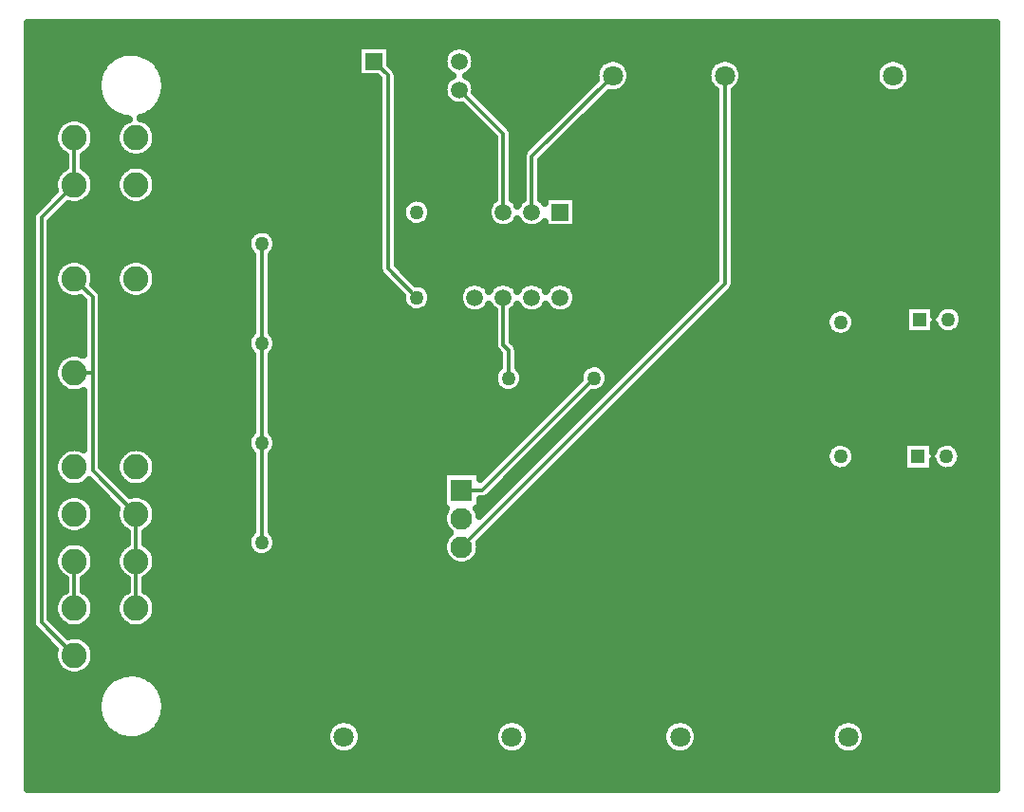
<source format=gbr>
G04 DipTrace 4.0.0.5*
G04 2 - Bottom.gbr*
%MOIN*%
G04 #@! TF.FileFunction,Copper,L2,Bot*
G04 #@! TF.Part,Single*
G04 #@! TA.AperFunction,Conductor*
%ADD13C,0.012992*%
G04 #@! TA.AperFunction,CopperBalancing*
%ADD14C,0.025*%
G04 #@! TA.AperFunction,ComponentPad*
%ADD15C,0.05*%
%ADD16R,0.05X0.05*%
%ADD17R,0.076378X0.076378*%
%ADD18C,0.076378*%
%ADD19C,0.05*%
%ADD20R,0.059055X0.059055*%
%ADD21C,0.059055*%
%ADD22C,0.070866*%
%ADD23C,0.088583*%
%ADD24C,0.059055*%
%FSLAX26Y26*%
G04*
G70*
G90*
G75*
G01*
G04 Bottom*
%LPD*%
X611869Y1089239D2*
D13*
Y1254593D1*
X828404Y1089239D2*
Y1254593D1*
X1814231Y2180971D2*
X1713247Y2281955D1*
Y2961877D1*
X1664231Y3010892D1*
X1270530Y1320341D2*
Y1670341D1*
X828404Y1419948D2*
X675648Y1572703D1*
Y1916010D1*
Y2182940D1*
X611869Y2246719D1*
X828404Y1254593D2*
Y1419948D1*
X611869Y1916010D2*
X675648D1*
X1270530Y2020341D2*
Y2370341D1*
Y1670341D2*
Y2020341D1*
X1664231Y2910892D2*
Y2464042D1*
X1570530Y2370341D1*
X3002814Y1622310D2*
Y2094751D1*
X828404Y2081365D2*
Y1916010D1*
X611869Y2412073D2*
X548085Y2348290D1*
Y2145148D1*
X611869Y2081365D1*
X2345727Y638058D2*
X2426633Y718963D1*
X2855373D1*
X2936278Y638058D1*
X1755176D2*
X1836085Y557148D1*
X2264818D1*
X2345727Y638058D1*
X1570530Y1320341D2*
X1755176Y1135696D1*
Y638058D1*
X1570530Y1670341D2*
Y1320341D1*
Y2020341D2*
Y1670341D1*
Y2370341D2*
Y2020341D1*
X3002814Y2094751D2*
X3093759Y2185696D1*
Y2960892D1*
X828404Y1750656D2*
X892184Y1686877D1*
Y987664D1*
X828404Y923885D1*
Y1916010D2*
Y1750656D1*
X611869Y2742782D2*
Y2577428D1*
X496117Y2461676D1*
Y1039636D1*
X611869Y923885D1*
X2218562Y2480971D2*
Y2676247D1*
X2503207Y2960892D1*
X1964231Y2910892D2*
X2118562Y2756562D1*
Y2480971D1*
X2136672Y1897900D2*
Y1996696D1*
X2118562Y2014806D1*
Y2180971D1*
X2436672Y1897900D2*
X2042971Y1504199D1*
X1971711D1*
Y1304199D2*
X2896908Y2229396D1*
Y2960892D1*
X451287Y3120374D2*
D14*
X3846475D1*
X451287Y3095505D2*
X3846475D1*
X451287Y3070636D2*
X3846475D1*
X451287Y3045768D2*
X1606279D1*
X1722179D2*
X1918615D1*
X2009845D2*
X3846475D1*
X451287Y3020899D2*
X738438D1*
X885306D2*
X1606279D1*
X1722179D2*
X1907186D1*
X2021274D2*
X2487900D1*
X2518521D2*
X2881603D1*
X2912225D2*
X3472149D1*
X3502771D2*
X3846475D1*
X451287Y2996030D2*
X713804D1*
X909923D2*
X1606279D1*
X1727437D2*
X1908299D1*
X2020162D2*
X2450401D1*
X2556002D2*
X2844104D1*
X2949706D2*
X3434650D1*
X3540252D2*
X3846475D1*
X451287Y2971161D2*
X699845D1*
X923882D2*
X1606279D1*
X1746814D2*
X1923047D1*
X2005413D2*
X2440210D1*
X2566193D2*
X2833913D1*
X2959897D2*
X3424459D1*
X3550461D2*
X3846475D1*
X451287Y2946293D2*
X692668D1*
X931077D2*
X1678317D1*
X1748160D2*
X1919046D1*
X2009414D2*
X2440264D1*
X2565296D2*
X2834810D1*
X2959000D2*
X3425356D1*
X3549564D2*
X3846475D1*
X451287Y2921424D2*
X691017D1*
X932727D2*
X1678317D1*
X1748160D2*
X1907294D1*
X2021167D2*
X2415396D1*
X2552683D2*
X2847424D1*
X2946386D2*
X3437988D1*
X3536932D2*
X3846475D1*
X451287Y2896555D2*
X694660D1*
X929085D2*
X1678317D1*
X1748160D2*
X1908155D1*
X2026926D2*
X2390528D1*
X2487212D2*
X2861993D1*
X2931835D2*
X3846475D1*
X451287Y2871686D2*
X704133D1*
X919594D2*
X1678317D1*
X1748160D2*
X1922509D1*
X2051794D2*
X2365643D1*
X2462345D2*
X2861993D1*
X2931835D2*
X3846475D1*
X451287Y2846818D2*
X721322D1*
X902405D2*
X1678317D1*
X1748160D2*
X1979959D1*
X2076661D2*
X2340775D1*
X2437477D2*
X2861993D1*
X2931835D2*
X3846475D1*
X451287Y2821949D2*
X752864D1*
X870881D2*
X1678317D1*
X1748160D2*
X2004827D1*
X2101529D2*
X2315907D1*
X2412609D2*
X2861993D1*
X2931835D2*
X3846475D1*
X451287Y2797080D2*
X564849D1*
X658895D2*
X781392D1*
X875420D2*
X1678317D1*
X1748160D2*
X2029695D1*
X2126397D2*
X2291039D1*
X2387741D2*
X2861993D1*
X2931835D2*
X3846475D1*
X451287Y2772211D2*
X545615D1*
X678129D2*
X762158D1*
X894654D2*
X1678317D1*
X1748160D2*
X2054563D1*
X2149452D2*
X2266172D1*
X2362874D2*
X2861993D1*
X2931835D2*
X3846475D1*
X451287Y2747343D2*
X539299D1*
X684445D2*
X755842D1*
X900970D2*
X1678317D1*
X1748160D2*
X2079430D1*
X2153489D2*
X2241304D1*
X2338006D2*
X2861993D1*
X2931835D2*
X3846475D1*
X451287Y2722474D2*
X542152D1*
X681592D2*
X758695D1*
X898117D2*
X1678317D1*
X1748160D2*
X2083647D1*
X2153489D2*
X2216436D1*
X2313138D2*
X2861993D1*
X2931835D2*
X3846475D1*
X451287Y2697605D2*
X555608D1*
X668117D2*
X772151D1*
X884661D2*
X1678317D1*
X1748160D2*
X2083647D1*
X2153489D2*
X2191676D1*
X2288270D2*
X2861993D1*
X2931835D2*
X3846475D1*
X451287Y2672736D2*
X576942D1*
X646784D2*
X821008D1*
X835804D2*
X1678317D1*
X1748160D2*
X2083647D1*
X2153489D2*
X2183638D1*
X2263403D2*
X2861993D1*
X2931835D2*
X3846475D1*
X451287Y2647867D2*
X576942D1*
X646784D2*
X1678317D1*
X1748160D2*
X2083647D1*
X2153489D2*
X2183638D1*
X2253481D2*
X2861993D1*
X2931835D2*
X3846475D1*
X451287Y2622999D2*
X555949D1*
X667794D2*
X772492D1*
X884320D2*
X1678317D1*
X1748160D2*
X2083647D1*
X2153489D2*
X2183638D1*
X2253481D2*
X2861993D1*
X2931835D2*
X3846475D1*
X451287Y2598130D2*
X542277D1*
X681466D2*
X758803D1*
X897991D2*
X1678317D1*
X1748160D2*
X2083647D1*
X2153489D2*
X2183638D1*
X2253481D2*
X2861993D1*
X2931835D2*
X3846475D1*
X451287Y2573261D2*
X539281D1*
X684463D2*
X755806D1*
X901006D2*
X1678317D1*
X1748160D2*
X2083647D1*
X2153489D2*
X2183638D1*
X2253481D2*
X2861993D1*
X2931835D2*
X3846475D1*
X451287Y2548392D2*
X534491D1*
X678308D2*
X761978D1*
X894834D2*
X1678317D1*
X1748160D2*
X2083647D1*
X2153489D2*
X2183638D1*
X2253481D2*
X2861993D1*
X2931835D2*
X3846475D1*
X451287Y2523524D2*
X509623D1*
X659362D2*
X780907D1*
X875905D2*
X1678317D1*
X1748160D2*
X1783763D1*
X1844706D2*
X2080507D1*
X2156611D2*
X2180498D1*
X2376510D2*
X2861993D1*
X2931835D2*
X3846475D1*
X451287Y2498655D2*
X484737D1*
X581439D2*
X1678317D1*
X1748160D2*
X1763972D1*
X1864496D2*
X2063498D1*
X2376510D2*
X2861993D1*
X2931835D2*
X3846475D1*
X451287Y2473786D2*
X463547D1*
X556571D2*
X1678317D1*
X1748160D2*
X1761317D1*
X1867152D2*
X2061076D1*
X2376510D2*
X2861993D1*
X2931835D2*
X3846475D1*
X451287Y2448917D2*
X461197D1*
X531704D2*
X1678317D1*
X1748160D2*
X1772154D1*
X1856297D2*
X2070818D1*
X2376510D2*
X2861993D1*
X2931835D2*
X3846475D1*
X451287Y2424049D2*
X461197D1*
X531040D2*
X1678317D1*
X1748160D2*
X2861993D1*
X2931835D2*
X3846475D1*
X451287Y2399180D2*
X461197D1*
X531040D2*
X1226051D1*
X1315002D2*
X1678317D1*
X1748160D2*
X2861993D1*
X2931835D2*
X3846475D1*
X451287Y2374311D2*
X461197D1*
X531040D2*
X1217259D1*
X1323793D2*
X1678317D1*
X1748160D2*
X2861993D1*
X2931835D2*
X3846475D1*
X451287Y2349442D2*
X461197D1*
X531040D2*
X1221583D1*
X1319469D2*
X1678317D1*
X1748160D2*
X2861993D1*
X2931835D2*
X3846475D1*
X451287Y2324573D2*
X461197D1*
X531040D2*
X1235614D1*
X1305456D2*
X1678317D1*
X1748160D2*
X2861993D1*
X2931835D2*
X3846475D1*
X451287Y2299705D2*
X461197D1*
X531040D2*
X563288D1*
X660438D2*
X779831D1*
X876981D2*
X1235614D1*
X1305456D2*
X1678317D1*
X1748160D2*
X2861993D1*
X2931835D2*
X3846475D1*
X451287Y2274836D2*
X461197D1*
X531040D2*
X545023D1*
X678703D2*
X761566D1*
X895246D2*
X1235614D1*
X1305456D2*
X1679124D1*
X1768721D2*
X2861993D1*
X2931835D2*
X3846475D1*
X451287Y2249967D2*
X461197D1*
X531040D2*
X539227D1*
X684516D2*
X755770D1*
X901042D2*
X1235614D1*
X1305456D2*
X1696887D1*
X1793589D2*
X2861993D1*
X2931835D2*
X3846475D1*
X451287Y2225098D2*
X461197D1*
X531040D2*
X542564D1*
X681843D2*
X759108D1*
X897704D2*
X1235614D1*
X1305456D2*
X1721755D1*
X1842158D2*
X1982471D1*
X2054646D2*
X2082480D1*
X2154638D2*
X2182472D1*
X2254647D2*
X2282481D1*
X2354638D2*
X2844266D1*
X2931548D2*
X3846475D1*
X451287Y2200230D2*
X461197D1*
X531040D2*
X556739D1*
X705580D2*
X773282D1*
X883530D2*
X1235614D1*
X1305456D2*
X1746622D1*
X1863868D2*
X1964063D1*
X2373065D2*
X2819398D1*
X2916100D2*
X3846475D1*
X451287Y2175361D2*
X461197D1*
X531040D2*
X634877D1*
X710568D2*
X1235614D1*
X1305456D2*
X1761120D1*
X1867349D2*
X1960887D1*
X2376223D2*
X2794530D1*
X2891214D2*
X3846475D1*
X451287Y2150492D2*
X461197D1*
X531040D2*
X640726D1*
X710568D2*
X1235614D1*
X1305456D2*
X1770934D1*
X1857535D2*
X1969732D1*
X2367395D2*
X2769645D1*
X2866347D2*
X3527824D1*
X3634663D2*
X3659590D1*
X3702915D2*
X3846475D1*
X451287Y2125623D2*
X461197D1*
X531040D2*
X640726D1*
X710568D2*
X1235614D1*
X1305456D2*
X2012650D1*
X2024483D2*
X2083647D1*
X2153489D2*
X2212650D1*
X2224468D2*
X2312660D1*
X2324474D2*
X2744777D1*
X2841479D2*
X3259805D1*
X3345813D2*
X3527824D1*
X3729523D2*
X3846475D1*
X451287Y2100755D2*
X461197D1*
X531040D2*
X640726D1*
X710568D2*
X1235614D1*
X1305456D2*
X2083647D1*
X2153489D2*
X2719909D1*
X2816611D2*
X3249739D1*
X3355879D2*
X3527824D1*
X3734601D2*
X3846475D1*
X451287Y2075886D2*
X461197D1*
X531040D2*
X640726D1*
X710568D2*
X1235614D1*
X1305456D2*
X2083647D1*
X2153489D2*
X2695041D1*
X2791744D2*
X3253005D1*
X3352613D2*
X3527824D1*
X3726652D2*
X3846475D1*
X451287Y2051017D2*
X461197D1*
X531040D2*
X640726D1*
X710568D2*
X1227378D1*
X1313674D2*
X2083647D1*
X2153489D2*
X2670174D1*
X2766876D2*
X3274230D1*
X3331406D2*
X3846475D1*
X451287Y2026148D2*
X461197D1*
X531040D2*
X640726D1*
X710568D2*
X1217438D1*
X1323632D2*
X2083647D1*
X2155571D2*
X2645306D1*
X2742008D2*
X3846475D1*
X451287Y2001280D2*
X461197D1*
X531040D2*
X640726D1*
X710568D2*
X1220811D1*
X1320259D2*
X2086589D1*
X2171270D2*
X2620438D1*
X2717140D2*
X3846475D1*
X451287Y1976411D2*
X461197D1*
X531040D2*
X573568D1*
X710568D2*
X1235614D1*
X1305456D2*
X2101750D1*
X2171593D2*
X2595571D1*
X2692273D2*
X3846475D1*
X451287Y1951542D2*
X461197D1*
X531040D2*
X548808D1*
X710568D2*
X1235614D1*
X1305456D2*
X2101750D1*
X2171593D2*
X2570703D1*
X2667405D2*
X3846475D1*
X451287Y1926673D2*
X461197D1*
X531040D2*
X539963D1*
X710568D2*
X1235614D1*
X1305456D2*
X2092151D1*
X2181192D2*
X2392161D1*
X2481184D2*
X2545835D1*
X2642537D2*
X3846475D1*
X451287Y1901804D2*
X461197D1*
X531040D2*
X540609D1*
X710568D2*
X1235614D1*
X1305456D2*
X2083396D1*
X2189948D2*
X2383405D1*
X2489940D2*
X2520967D1*
X2617669D2*
X3846475D1*
X451287Y1876936D2*
X461197D1*
X531040D2*
X551033D1*
X710568D2*
X1235614D1*
X1305456D2*
X2087755D1*
X2185588D2*
X2367365D1*
X2485580D2*
X2496100D1*
X2592802D2*
X3846475D1*
X451287Y1852067D2*
X461197D1*
X531040D2*
X580351D1*
X710568D2*
X1235614D1*
X1305456D2*
X2111977D1*
X2161366D2*
X2342479D1*
X2461376D2*
X2471232D1*
X2567934D2*
X3846475D1*
X451287Y1827198D2*
X461197D1*
X531040D2*
X640726D1*
X710568D2*
X1235614D1*
X1305456D2*
X2317612D1*
X2414314D2*
X2446364D1*
X2543066D2*
X3846475D1*
X451287Y1802329D2*
X461197D1*
X531040D2*
X640726D1*
X710568D2*
X1235614D1*
X1305456D2*
X2292744D1*
X2389446D2*
X2421496D1*
X2518198D2*
X3846475D1*
X451287Y1777461D2*
X461197D1*
X531040D2*
X640726D1*
X710568D2*
X1235614D1*
X1305456D2*
X2267876D1*
X2364578D2*
X2396629D1*
X2493331D2*
X3846475D1*
X451287Y1752592D2*
X461197D1*
X531040D2*
X640726D1*
X710568D2*
X1235614D1*
X1305456D2*
X2243008D1*
X2339710D2*
X2371761D1*
X2468463D2*
X3846475D1*
X451287Y1727723D2*
X461197D1*
X531040D2*
X640726D1*
X710568D2*
X1235614D1*
X1305456D2*
X2218141D1*
X2314843D2*
X2346893D1*
X2443577D2*
X3846475D1*
X451287Y1702854D2*
X461197D1*
X531040D2*
X640726D1*
X710568D2*
X1228832D1*
X1312221D2*
X2193273D1*
X2289975D2*
X2322007D1*
X2418709D2*
X3846475D1*
X451287Y1677986D2*
X461197D1*
X531040D2*
X640726D1*
X710568D2*
X1217690D1*
X1323381D2*
X2168405D1*
X2265107D2*
X2297140D1*
X2393842D2*
X3846475D1*
X451287Y1653117D2*
X461197D1*
X531040D2*
X591170D1*
X632574D2*
X640726D1*
X710568D2*
X807695D1*
X849117D2*
X1220112D1*
X1320958D2*
X2143537D1*
X2240239D2*
X2272272D1*
X2368974D2*
X3259769D1*
X3345867D2*
X3521831D1*
X3718309D2*
X3846475D1*
X451287Y1628248D2*
X461197D1*
X531040D2*
X553814D1*
X710568D2*
X770357D1*
X886455D2*
X1235614D1*
X1305456D2*
X2118670D1*
X2215372D2*
X2247404D1*
X2344106D2*
X3249739D1*
X3355897D2*
X3521831D1*
X3728339D2*
X3846475D1*
X451287Y1603379D2*
X461197D1*
X531040D2*
X541524D1*
X710568D2*
X758049D1*
X898745D2*
X1235614D1*
X1305456D2*
X2093802D1*
X2190504D2*
X2222536D1*
X2319239D2*
X3253041D1*
X3352595D2*
X3521831D1*
X3725037D2*
X3846475D1*
X451287Y1578510D2*
X461197D1*
X531040D2*
X539478D1*
X718194D2*
X756022D1*
X900790D2*
X1235614D1*
X1305456D2*
X2068934D1*
X2165636D2*
X2197669D1*
X2294371D2*
X3274338D1*
X3331298D2*
X3521831D1*
X3628688D2*
X3646780D1*
X3703740D2*
X3846475D1*
X451287Y1553642D2*
X461197D1*
X531040D2*
X546691D1*
X743062D2*
X763234D1*
X893578D2*
X1235614D1*
X1305456D2*
X1905105D1*
X2140769D2*
X2172801D1*
X2269503D2*
X3846475D1*
X451287Y1528773D2*
X461197D1*
X531040D2*
X567719D1*
X656024D2*
X671227D1*
X767929D2*
X784244D1*
X872550D2*
X1235614D1*
X1305456D2*
X1905105D1*
X2115901D2*
X2147933D1*
X2244635D2*
X3846475D1*
X451287Y1503904D2*
X461197D1*
X531040D2*
X696095D1*
X792797D2*
X1235614D1*
X1305456D2*
X1905105D1*
X2091033D2*
X2123066D1*
X2219768D2*
X3846475D1*
X451287Y1479035D2*
X461197D1*
X531040D2*
X571433D1*
X652310D2*
X720963D1*
X868836D2*
X1235614D1*
X1305456D2*
X1905105D1*
X2065914D2*
X2098198D1*
X2194900D2*
X3846475D1*
X451287Y1454167D2*
X461197D1*
X531040D2*
X548055D1*
X675689D2*
X745830D1*
X892214D2*
X1235614D1*
X1305456D2*
X1905105D1*
X2038319D2*
X2073330D1*
X2170032D2*
X3846475D1*
X451287Y1429298D2*
X461197D1*
X531040D2*
X539783D1*
X683960D2*
X756309D1*
X900503D2*
X1235614D1*
X1305456D2*
X1910218D1*
X2033206D2*
X2048462D1*
X2145164D2*
X3846475D1*
X451287Y1404429D2*
X461197D1*
X531040D2*
X540896D1*
X682848D2*
X757421D1*
X899391D2*
X1235614D1*
X1305456D2*
X1905105D1*
X2120297D2*
X3846475D1*
X451287Y1379560D2*
X461197D1*
X531040D2*
X551930D1*
X671813D2*
X768473D1*
X888339D2*
X1235614D1*
X1305456D2*
X1910021D1*
X2095429D2*
X3846475D1*
X451287Y1354692D2*
X461197D1*
X531040D2*
X583437D1*
X640289D2*
X793485D1*
X863327D2*
X1230428D1*
X1310624D2*
X1928466D1*
X2070561D2*
X3846475D1*
X451287Y1329823D2*
X461197D1*
X531040D2*
X793485D1*
X863327D2*
X1217995D1*
X1323058D2*
X1910434D1*
X2045693D2*
X3846475D1*
X451287Y1304954D2*
X461197D1*
X531040D2*
X560435D1*
X663291D2*
X776978D1*
X879834D2*
X1219484D1*
X1321568D2*
X1905105D1*
X2038319D2*
X3846475D1*
X451287Y1280085D2*
X461197D1*
X531040D2*
X543946D1*
X679798D2*
X760471D1*
X896323D2*
X1236834D1*
X1304218D2*
X1909806D1*
X2033618D2*
X3846475D1*
X451287Y1255217D2*
X461197D1*
X531040D2*
X539155D1*
X684588D2*
X755699D1*
X901113D2*
X1927838D1*
X2015587D2*
X3846475D1*
X451287Y1230348D2*
X461197D1*
X531040D2*
X543480D1*
X680264D2*
X760005D1*
X896807D2*
X3846475D1*
X451287Y1205479D2*
X461197D1*
X531040D2*
X559179D1*
X664547D2*
X775722D1*
X881090D2*
X3846475D1*
X451287Y1180610D2*
X461197D1*
X531040D2*
X576942D1*
X646784D2*
X793485D1*
X863327D2*
X3846475D1*
X451287Y1155741D2*
X461197D1*
X531040D2*
X576942D1*
X646784D2*
X793485D1*
X863327D2*
X3846475D1*
X451287Y1130873D2*
X461197D1*
X531040D2*
X552827D1*
X670916D2*
X769370D1*
X887442D2*
X3846475D1*
X451287Y1106004D2*
X461197D1*
X531040D2*
X541183D1*
X682561D2*
X757726D1*
X899086D2*
X3846475D1*
X451287Y1081135D2*
X461197D1*
X531040D2*
X539622D1*
X684122D2*
X756165D1*
X900647D2*
X3846475D1*
X451287Y1056266D2*
X461197D1*
X531040D2*
X547373D1*
X676371D2*
X763916D1*
X892896D2*
X3846475D1*
X451287Y1031398D2*
X462256D1*
X552714D2*
X569567D1*
X654176D2*
X786092D1*
X870719D2*
X3846475D1*
X451287Y1006529D2*
X480880D1*
X577582D2*
X3846475D1*
X451287Y981660D2*
X505747D1*
X654266D2*
X3846475D1*
X451287Y956791D2*
X530615D1*
X676389D2*
X3846475D1*
X451287Y931923D2*
X539622D1*
X684122D2*
X3846475D1*
X451287Y907054D2*
X541201D1*
X682543D2*
X3846475D1*
X451287Y882185D2*
X552881D1*
X670863D2*
X3846475D1*
X451287Y857316D2*
X587025D1*
X636701D2*
X774179D1*
X849566D2*
X3846475D1*
X451287Y832448D2*
X730346D1*
X893398D2*
X3846475D1*
X451287Y807579D2*
X709300D1*
X914444D2*
X3846475D1*
X451287Y782710D2*
X697351D1*
X926394D2*
X3846475D1*
X451287Y757841D2*
X691717D1*
X932028D2*
X3846475D1*
X451287Y732972D2*
X691466D1*
X932279D2*
X3846475D1*
X451287Y708104D2*
X696561D1*
X927165D2*
X3846475D1*
X451287Y683235D2*
X707829D1*
X915916D2*
X1514308D1*
X1602344D2*
X2104854D1*
X2192890D2*
X2695400D1*
X2783454D2*
X3285964D1*
X3374000D2*
X3846475D1*
X451287Y658366D2*
X727763D1*
X895964D2*
X1497927D1*
X1618725D2*
X2088473D1*
X2209271D2*
X2679019D1*
X2799835D2*
X3269583D1*
X3390381D2*
X3846475D1*
X451287Y633497D2*
X767307D1*
X856438D2*
X1494644D1*
X1622009D2*
X2085190D1*
X2212573D2*
X2675736D1*
X2803119D2*
X3266282D1*
X3393665D2*
X3846475D1*
X451287Y608629D2*
X1501982D1*
X1614670D2*
X2092528D1*
X2205217D2*
X2683092D1*
X2795763D2*
X3273638D1*
X3386327D2*
X3846475D1*
X451287Y583760D2*
X1527244D1*
X1589408D2*
X2117808D1*
X2179954D2*
X2708355D1*
X2770500D2*
X3298901D1*
X3361046D2*
X3846475D1*
X451287Y558891D2*
X3846475D1*
X451287Y534022D2*
X3846475D1*
X451287Y509154D2*
X3846475D1*
X451287Y484285D2*
X3846475D1*
X451287Y459416D2*
X3846475D1*
X3731346Y2094173D2*
X3728909Y2085374D1*
X3724941Y2077152D1*
X3719568Y2069771D1*
X3712963Y2063467D1*
X3705340Y2058444D1*
X3696941Y2054863D1*
X3688039Y2052839D1*
X3678918Y2052438D1*
X3669872Y2053671D1*
X3661191Y2056500D1*
X3653155Y2060833D1*
X3646022Y2066532D1*
X3640021Y2073412D1*
X3635346Y2081254D1*
X3634580Y2082924D1*
X3633875Y2084621D1*
X3633232Y2086341D1*
X3632651Y2088084D1*
X3632172Y2089715D1*
Y2052384D1*
X3530322D1*
Y2154235D1*
X3632172D1*
Y2116906D1*
X3632744Y2118831D1*
X3633336Y2120570D1*
X3633990Y2122287D1*
X3634705Y2123979D1*
X3635481Y2125644D1*
X3636316Y2127281D1*
X3637210Y2128886D1*
X3638161Y2130457D1*
X3643701Y2137714D1*
X3650447Y2143866D1*
X3658184Y2148713D1*
X3666662Y2152102D1*
X3675608Y2153922D1*
X3684736Y2154115D1*
X3693752Y2152676D1*
X3702365Y2149650D1*
X3710300Y2145134D1*
X3717301Y2139274D1*
X3723144Y2132258D1*
X3727639Y2124312D1*
X3730644Y2115691D1*
X3732061Y2106672D1*
X3732172Y2103310D1*
X3731346Y2094173D1*
X3725353Y1613173D2*
X3722917Y1604374D1*
X3718949Y1596152D1*
X3713576Y1588771D1*
X3706971Y1582467D1*
X3699347Y1577444D1*
X3690949Y1573863D1*
X3682047Y1571839D1*
X3672926Y1571438D1*
X3663880Y1572671D1*
X3655199Y1575500D1*
X3647163Y1579833D1*
X3640030Y1585532D1*
X3634029Y1592412D1*
X3629353Y1600254D1*
X3628588Y1601924D1*
X3627883Y1603621D1*
X3627239Y1605341D1*
X3626659Y1607084D1*
X3626180Y1608715D1*
Y1571384D1*
X3524329D1*
Y1673235D1*
X3626180D1*
Y1635906D1*
X3626752Y1637831D1*
X3627344Y1639570D1*
X3627997Y1641287D1*
X3628713Y1642979D1*
X3629488Y1644644D1*
X3630324Y1646281D1*
X3631218Y1647886D1*
X3632169Y1649457D1*
X3637709Y1656714D1*
X3644455Y1662866D1*
X3652192Y1667713D1*
X3660670Y1671102D1*
X3669616Y1672922D1*
X3678744Y1673115D1*
X3687759Y1671676D1*
X3696373Y1668650D1*
X3704308Y1664134D1*
X3711309Y1658274D1*
X3717151Y1651258D1*
X3721647Y1643312D1*
X3724652Y1634691D1*
X3726069Y1625672D1*
X3726180Y1622310D1*
X3725353Y1613173D1*
X1320629Y2361205D2*
X1318193Y2352406D1*
X1314224Y2344184D1*
X1308851Y2336802D1*
X1302950Y2331170D1*
X1302952Y2059605D1*
X1308910Y2053814D1*
X1314270Y2046423D1*
X1318224Y2038194D1*
X1320645Y2029391D1*
X1321455Y2020341D1*
X1320629Y2011205D1*
X1318193Y2002406D1*
X1314224Y1994184D1*
X1308851Y1986802D1*
X1302950Y1981170D1*
X1302952Y1709605D1*
X1308910Y1703814D1*
X1314270Y1696423D1*
X1318224Y1688194D1*
X1320645Y1679391D1*
X1321455Y1670341D1*
X1320629Y1661205D1*
X1318193Y1652406D1*
X1314224Y1644184D1*
X1308851Y1636802D1*
X1302950Y1631170D1*
X1302952Y1359605D1*
X1308910Y1353814D1*
X1314270Y1346423D1*
X1318224Y1338194D1*
X1320645Y1329391D1*
X1321455Y1320341D1*
X1320629Y1311205D1*
X1318193Y1302406D1*
X1314224Y1294184D1*
X1308851Y1286802D1*
X1302247Y1280499D1*
X1294623Y1275476D1*
X1286225Y1271895D1*
X1277322Y1269871D1*
X1268201Y1269469D1*
X1259155Y1270703D1*
X1250475Y1273531D1*
X1242439Y1277865D1*
X1235306Y1283563D1*
X1229305Y1290444D1*
X1224629Y1298285D1*
X1221428Y1306836D1*
X1219806Y1315820D1*
X1219814Y1324950D1*
X1221452Y1333932D1*
X1224667Y1342477D1*
X1229357Y1350310D1*
X1235370Y1357180D1*
X1238111Y1359363D1*
X1238109Y1631078D1*
X1235306Y1633563D1*
X1229305Y1640444D1*
X1224629Y1648285D1*
X1221428Y1656836D1*
X1219806Y1665820D1*
X1219814Y1674950D1*
X1221452Y1683932D1*
X1224667Y1692477D1*
X1229357Y1700310D1*
X1235370Y1707180D1*
X1238111Y1709363D1*
X1238109Y1981078D1*
X1235306Y1983563D1*
X1229305Y1990444D1*
X1224629Y1998285D1*
X1221428Y2006836D1*
X1219806Y2015820D1*
X1219814Y2024950D1*
X1221452Y2033932D1*
X1224667Y2042477D1*
X1229357Y2050310D1*
X1235370Y2057180D1*
X1238111Y2059363D1*
X1238109Y2331078D1*
X1235306Y2333563D1*
X1229305Y2340444D1*
X1224629Y2348285D1*
X1221428Y2356836D1*
X1219806Y2365820D1*
X1219814Y2374950D1*
X1221452Y2383932D1*
X1224667Y2392477D1*
X1229357Y2400310D1*
X1235370Y2407180D1*
X1242513Y2412866D1*
X1250556Y2417186D1*
X1259241Y2419999D1*
X1268290Y2421217D1*
X1277410Y2420800D1*
X1286309Y2418760D1*
X1294701Y2415165D1*
X1302316Y2410129D1*
X1308910Y2403814D1*
X1314270Y2396423D1*
X1318224Y2388194D1*
X1320645Y2379391D1*
X1321455Y2370341D1*
X1320629Y2361205D1*
X3352913Y2085614D2*
X3350476Y2076815D1*
X3346508Y2068593D1*
X3341135Y2061212D1*
X3334530Y2054908D1*
X3326906Y2049885D1*
X3318508Y2046304D1*
X3309606Y2044280D1*
X3300485Y2043879D1*
X3291439Y2045112D1*
X3282758Y2047941D1*
X3274722Y2052274D1*
X3267589Y2057973D1*
X3261588Y2064853D1*
X3256912Y2072695D1*
X3253712Y2081245D1*
X3252090Y2090230D1*
X3252097Y2099360D1*
X3253735Y2108341D1*
X3256951Y2116886D1*
X3261640Y2124720D1*
X3267653Y2131590D1*
X3274796Y2137276D1*
X3282839Y2141595D1*
X3291525Y2144409D1*
X3300573Y2145627D1*
X3309693Y2145209D1*
X3318593Y2143170D1*
X3326984Y2139574D1*
X3334600Y2134538D1*
X3341193Y2128223D1*
X3346553Y2120832D1*
X3350507Y2112603D1*
X3352928Y2103800D1*
X3353739Y2094751D1*
X3352913Y2085614D1*
Y1613173D2*
X3350476Y1604374D1*
X3346508Y1596152D1*
X3341135Y1588771D1*
X3334530Y1582467D1*
X3326906Y1577444D1*
X3318508Y1573863D1*
X3309606Y1571839D1*
X3300485Y1571438D1*
X3291439Y1572671D1*
X3282758Y1575500D1*
X3274722Y1579833D1*
X3267589Y1585532D1*
X3261588Y1592412D1*
X3256912Y1600254D1*
X3253712Y1608804D1*
X3252090Y1617789D1*
X3252097Y1626919D1*
X3253735Y1635900D1*
X3256951Y1644445D1*
X3261640Y1652279D1*
X3267653Y1659149D1*
X3274796Y1664835D1*
X3282839Y1669154D1*
X3291525Y1671968D1*
X3300573Y1673186D1*
X3309693Y1672768D1*
X3318593Y1670729D1*
X3326984Y1667133D1*
X3334600Y1662097D1*
X3341193Y1655782D1*
X3346553Y1648391D1*
X3350507Y1640162D1*
X3352928Y1631359D1*
X3353739Y1622310D1*
X3352913Y1613173D1*
X1745668Y2961850D2*
X1745674Y2295378D1*
X1809543Y2231518D1*
X1811990Y2231847D1*
X1821111Y2231429D1*
X1830010Y2229390D1*
X1838402Y2225795D1*
X1846017Y2220758D1*
X1852610Y2214443D1*
X1857970Y2207053D1*
X1861924Y2198823D1*
X1864346Y2190021D1*
X1865156Y2180971D1*
X1864330Y2171835D1*
X1861893Y2163036D1*
X1857925Y2154814D1*
X1852552Y2147432D1*
X1845948Y2141129D1*
X1838324Y2136106D1*
X1829926Y2132525D1*
X1821023Y2130501D1*
X1811902Y2130099D1*
X1802856Y2131333D1*
X1794175Y2134161D1*
X1786139Y2138495D1*
X1779006Y2144193D1*
X1773006Y2151074D1*
X1768330Y2158915D1*
X1765129Y2167466D1*
X1763507Y2176450D1*
X1763515Y2185580D1*
X1763555Y2185799D1*
X1690340Y2259012D1*
X1686334Y2263877D1*
X1682353Y2272122D1*
X1680835Y2281151D1*
X1680825Y2309516D1*
Y2948443D1*
X1673833Y2955440D1*
X1608778D1*
Y3066345D1*
X1719684D1*
Y3001296D1*
X1736172Y2984802D1*
X1741667Y2977479D1*
X1744896Y2968902D1*
X1745668Y2961850D1*
X1864330Y2471835D2*
X1861893Y2463036D1*
X1857925Y2454814D1*
X1852552Y2447432D1*
X1845948Y2441129D1*
X1838324Y2436106D1*
X1829926Y2432525D1*
X1821023Y2430501D1*
X1811902Y2430099D1*
X1802856Y2431333D1*
X1794175Y2434161D1*
X1786139Y2438495D1*
X1779006Y2444193D1*
X1773006Y2451074D1*
X1768330Y2458915D1*
X1765129Y2467466D1*
X1763507Y2476450D1*
X1763515Y2485580D1*
X1765153Y2494562D1*
X1768368Y2503107D1*
X1773058Y2510940D1*
X1779070Y2517810D1*
X1786213Y2523496D1*
X1794257Y2527816D1*
X1802942Y2530629D1*
X1811990Y2531847D1*
X1821111Y2531429D1*
X1830010Y2529390D1*
X1838402Y2525795D1*
X1846017Y2520758D1*
X1852610Y2514443D1*
X1857970Y2507053D1*
X1861924Y2498823D1*
X1864346Y2490021D1*
X1865156Y2480971D1*
X1864330Y2471835D1*
X2141472Y2779502D2*
X2018948Y2902025D1*
X2019684Y2910892D1*
X2018930Y2920002D1*
X2016685Y2928881D1*
X2013008Y2937270D1*
X2008002Y2944938D1*
X2001801Y2951679D1*
X1994575Y2957306D1*
X1988071Y2960958D1*
X1994546Y2964460D1*
X2001775Y2970083D1*
X2007980Y2976819D1*
X2012992Y2984484D1*
X2016673Y2992870D1*
X2018925Y3001748D1*
X2019684Y3010892D1*
X2018930Y3020002D1*
X2016685Y3028881D1*
X2013008Y3037270D1*
X2008002Y3044938D1*
X2001801Y3051679D1*
X1994575Y3057306D1*
X1986522Y3061668D1*
X1977861Y3064644D1*
X1968828Y3066154D1*
X1959669Y3066157D1*
X1950635Y3064653D1*
X1941972Y3061682D1*
X1933916Y3057325D1*
X1926687Y3051702D1*
X1920482Y3044966D1*
X1915470Y3037300D1*
X1911788Y3028914D1*
X1909537Y3020037D1*
X1908778Y3010910D1*
X1909532Y3001782D1*
X1911777Y2992903D1*
X1915453Y2984515D1*
X1920460Y2976846D1*
X1926661Y2970106D1*
X1933887Y2964479D1*
X1940390Y2960826D1*
X1933916Y2957325D1*
X1926687Y2951702D1*
X1920482Y2944966D1*
X1915470Y2937300D1*
X1911788Y2928914D1*
X1909537Y2920037D1*
X1908778Y2910910D1*
X1909532Y2901782D1*
X1911777Y2892903D1*
X1915453Y2884515D1*
X1920460Y2876846D1*
X1926661Y2870106D1*
X1933887Y2864479D1*
X1941940Y2860117D1*
X1950601Y2857141D1*
X1959634Y2855630D1*
X1968793Y2855628D1*
X1972948Y2856320D1*
X2086140Y2743132D1*
X2086136Y2525762D1*
X2081017Y2521781D1*
X2074812Y2515045D1*
X2069801Y2507379D1*
X2066119Y2498993D1*
X2063868Y2490116D1*
X2063109Y2480989D1*
X2063862Y2471861D1*
X2066108Y2462982D1*
X2069784Y2454594D1*
X2074791Y2446925D1*
X2080992Y2440185D1*
X2088217Y2434557D1*
X2096271Y2430196D1*
X2104932Y2427219D1*
X2113965Y2425709D1*
X2123124Y2425706D1*
X2132158Y2427211D1*
X2140821Y2430182D1*
X2148877Y2434538D1*
X2156106Y2440161D1*
X2162311Y2446898D1*
X2167323Y2454563D1*
X2168653Y2457174D1*
X2169784Y2454594D1*
X2174791Y2446925D1*
X2180992Y2440185D1*
X2188217Y2434557D1*
X2196271Y2430196D1*
X2204932Y2427219D1*
X2213965Y2425709D1*
X2223124Y2425706D1*
X2232158Y2427211D1*
X2240821Y2430182D1*
X2248877Y2434538D1*
X2256106Y2440161D1*
X2262311Y2446898D1*
X2263109Y2447955D1*
Y2425518D1*
X2374015D1*
Y2536424D1*
X2263109D1*
X2263110Y2513826D1*
X2262332Y2515017D1*
X2256132Y2521757D1*
X2250983Y2525960D1*
X2250985Y2662819D1*
X2489316Y2901145D1*
X2489547Y2901074D1*
X2498615Y2899706D1*
X2507786Y2899705D1*
X2516854Y2901071D1*
X2525617Y2903773D1*
X2533880Y2907751D1*
X2541458Y2912916D1*
X2548181Y2919153D1*
X2553900Y2926322D1*
X2558486Y2934264D1*
X2561838Y2942800D1*
X2563879Y2951740D1*
X2564566Y2960892D1*
X2563881Y2970030D1*
X2561842Y2978971D1*
X2558492Y2987508D1*
X2553908Y2995451D1*
X2548191Y3002621D1*
X2541469Y3008860D1*
X2533893Y3014027D1*
X2525631Y3018007D1*
X2516868Y3020711D1*
X2507800Y3022079D1*
X2498629Y3022080D1*
X2489561Y3020714D1*
X2480797Y3018012D1*
X2472534Y3014034D1*
X2464957Y3008869D1*
X2458233Y3002632D1*
X2452515Y2995463D1*
X2447929Y2987521D1*
X2444577Y2978985D1*
X2442535Y2970044D1*
X2441849Y2960900D1*
X2442533Y2951755D1*
X2443591Y2947118D1*
X2409969Y2913505D1*
X2195075Y2698596D1*
X2189763Y2691139D1*
X2186747Y2682485D1*
X2186140Y2676228D1*
X2186136Y2525762D1*
X2181017Y2521781D1*
X2174812Y2515045D1*
X2169801Y2507379D1*
X2168654Y2504767D1*
X2168470Y2504768D1*
X2167339Y2507348D1*
X2162332Y2515017D1*
X2156132Y2521757D1*
X2150988Y2525764D1*
X2150983Y2655512D1*
X2150973Y2757366D1*
X2149456Y2766395D1*
X2145469Y2774647D1*
X2141472Y2779502D1*
X3548131Y2951740D2*
X3546089Y2942800D1*
X3542738Y2934264D1*
X3538152Y2926322D1*
X3532433Y2919153D1*
X3525710Y2912916D1*
X3518132Y2907751D1*
X3509869Y2903773D1*
X3501106Y2901071D1*
X3492037Y2899705D1*
X3482867Y2899706D1*
X3473799Y2901074D1*
X3465036Y2903778D1*
X3456774Y2907758D1*
X3449197Y2912925D1*
X3442476Y2919163D1*
X3436759Y2926334D1*
X3432174Y2934276D1*
X3428825Y2942814D1*
X3426785Y2951755D1*
X3426101Y2960900D1*
X3426787Y2970044D1*
X3428829Y2978985D1*
X3432181Y2987521D1*
X3436767Y2995463D1*
X3442485Y3002632D1*
X3449209Y3008869D1*
X3456786Y3014034D1*
X3465049Y3018012D1*
X3473813Y3020714D1*
X3482881Y3022080D1*
X3492052Y3022079D1*
X3501120Y3020711D1*
X3509883Y3018007D1*
X3518145Y3014027D1*
X3525721Y3008860D1*
X3532443Y3002621D1*
X3538160Y2995451D1*
X3542744Y2987508D1*
X3546094Y2978971D1*
X3548133Y2970030D1*
X3548818Y2960892D1*
X3548131Y2951740D1*
X707298Y2189965D2*
X704069Y2198542D1*
X698574Y2205865D1*
X678728Y2225705D1*
X679694Y2228551D1*
X681485Y2237559D1*
X682085Y2246724D1*
X681484Y2255889D1*
X679691Y2264897D1*
X676738Y2273594D1*
X672676Y2281832D1*
X667572Y2289468D1*
X661516Y2296373D1*
X654610Y2302429D1*
X646973Y2307531D1*
X638735Y2311593D1*
X630037Y2314544D1*
X621029Y2316336D1*
X611864Y2316936D1*
X602699Y2316334D1*
X593691Y2314542D1*
X584993Y2311589D1*
X576756Y2307526D1*
X569120Y2302423D1*
X562215Y2296366D1*
X556159Y2289460D1*
X551057Y2281823D1*
X546995Y2273585D1*
X544044Y2264888D1*
X542252Y2255879D1*
X541652Y2246714D1*
X542254Y2237549D1*
X544046Y2228541D1*
X546999Y2219844D1*
X551062Y2211607D1*
X556165Y2203970D1*
X562222Y2197065D1*
X569128Y2191010D1*
X576765Y2185907D1*
X585003Y2181846D1*
X593700Y2178894D1*
X602709Y2177103D1*
X611874Y2176503D1*
X621039Y2177104D1*
X630047Y2178896D1*
X632979Y2179758D1*
X643227Y2169504D1*
X643232Y1978667D1*
X638735Y1980884D1*
X630037Y1983836D1*
X621029Y1985627D1*
X611864Y1986227D1*
X602699Y1985626D1*
X593691Y1983833D1*
X584993Y1980880D1*
X576756Y1976817D1*
X569120Y1971714D1*
X562215Y1965658D1*
X556159Y1958752D1*
X551057Y1951114D1*
X546995Y1942877D1*
X544044Y1934179D1*
X542252Y1925171D1*
X541652Y1916006D1*
X542254Y1906840D1*
X544046Y1897832D1*
X546999Y1889135D1*
X551062Y1880898D1*
X556165Y1873261D1*
X562222Y1866356D1*
X569128Y1860301D1*
X576765Y1855199D1*
X585003Y1851137D1*
X593700Y1848185D1*
X602709Y1846394D1*
X611874Y1845794D1*
X621039Y1846395D1*
X630047Y1848188D1*
X638744Y1851141D1*
X643227Y1853193D1*
X643232Y1647958D1*
X638735Y1650175D1*
X630037Y1653127D1*
X621029Y1654918D1*
X611864Y1655518D1*
X602699Y1654917D1*
X593691Y1653125D1*
X584993Y1650172D1*
X576756Y1646109D1*
X569120Y1641005D1*
X562215Y1634949D1*
X556159Y1628043D1*
X551057Y1620406D1*
X546995Y1612168D1*
X544044Y1603470D1*
X542252Y1594462D1*
X541652Y1585297D1*
X542254Y1576132D1*
X544046Y1567124D1*
X546999Y1558427D1*
X551062Y1550189D1*
X556165Y1542553D1*
X562222Y1535648D1*
X569128Y1529592D1*
X576765Y1524490D1*
X585003Y1520428D1*
X593700Y1517477D1*
X602709Y1515685D1*
X611874Y1515085D1*
X621039Y1515687D1*
X630047Y1517479D1*
X638744Y1520432D1*
X646981Y1524495D1*
X654618Y1529598D1*
X661523Y1535655D1*
X664118Y1538383D1*
X761545Y1440961D1*
X760579Y1438116D1*
X758788Y1429108D1*
X758188Y1419943D1*
X758789Y1410777D1*
X760582Y1401769D1*
X763534Y1393072D1*
X767597Y1384835D1*
X772701Y1377198D1*
X778757Y1370293D1*
X785663Y1364238D1*
X793300Y1359136D1*
X795983Y1357662D1*
X795986Y1316729D1*
X793292Y1315400D1*
X785655Y1310297D1*
X778750Y1304240D1*
X772695Y1297334D1*
X767592Y1289697D1*
X763531Y1281459D1*
X760579Y1272762D1*
X758788Y1263753D1*
X758188Y1254588D1*
X758789Y1245423D1*
X760582Y1236415D1*
X763534Y1227718D1*
X767597Y1219481D1*
X772701Y1211844D1*
X778757Y1204939D1*
X785663Y1198884D1*
X793300Y1193781D1*
X795983Y1192307D1*
X795986Y1151375D1*
X793292Y1150046D1*
X785655Y1144942D1*
X778750Y1138886D1*
X772695Y1131980D1*
X767592Y1124343D1*
X763531Y1116105D1*
X760579Y1107407D1*
X758788Y1098399D1*
X758188Y1089234D1*
X758789Y1080069D1*
X760582Y1071061D1*
X763534Y1062364D1*
X767597Y1054126D1*
X772701Y1046490D1*
X778757Y1039585D1*
X785663Y1033529D1*
X793300Y1028427D1*
X801538Y1024365D1*
X810236Y1021414D1*
X819244Y1019622D1*
X828409Y1019022D1*
X837574Y1019624D1*
X846582Y1021416D1*
X855279Y1024369D1*
X863517Y1028432D1*
X871153Y1033535D1*
X878058Y1039592D1*
X884114Y1046498D1*
X889216Y1054135D1*
X893278Y1062373D1*
X896229Y1071070D1*
X898021Y1080079D1*
X898621Y1089244D1*
X898019Y1098409D1*
X896227Y1107417D1*
X893274Y1116114D1*
X889211Y1124351D1*
X884108Y1131988D1*
X878051Y1138893D1*
X871145Y1144948D1*
X863508Y1150051D1*
X860829Y1151371D1*
X860822Y1192457D1*
X863517Y1193786D1*
X871153Y1198890D1*
X878058Y1204946D1*
X884114Y1211852D1*
X889216Y1219489D1*
X893278Y1227727D1*
X896229Y1236425D1*
X898021Y1245433D1*
X898621Y1254598D1*
X898019Y1263763D1*
X896227Y1272771D1*
X893274Y1281468D1*
X889211Y1289706D1*
X884108Y1297342D1*
X878051Y1304247D1*
X871145Y1310303D1*
X863508Y1315405D1*
X860829Y1316726D1*
X860822Y1357812D1*
X863517Y1359141D1*
X871153Y1364244D1*
X878058Y1370300D1*
X884114Y1377206D1*
X889216Y1384844D1*
X893278Y1393081D1*
X896229Y1401779D1*
X898021Y1410787D1*
X898621Y1419952D1*
X898019Y1429118D1*
X896227Y1438126D1*
X893274Y1446823D1*
X889211Y1455060D1*
X884108Y1462697D1*
X878051Y1469602D1*
X871145Y1475657D1*
X863508Y1480759D1*
X855270Y1484821D1*
X846573Y1487773D1*
X837564Y1489564D1*
X828399Y1490164D1*
X819234Y1489563D1*
X810226Y1487770D1*
X807398Y1486810D1*
X708070Y1586127D1*
Y2182914D1*
X707298Y2189965D1*
X898021Y1576142D2*
X896229Y1567133D1*
X893278Y1558436D1*
X889216Y1550198D1*
X884114Y1542561D1*
X878058Y1535655D1*
X871153Y1529598D1*
X863517Y1524495D1*
X855279Y1520432D1*
X846582Y1517479D1*
X837574Y1515687D1*
X828409Y1515085D1*
X819244Y1515685D1*
X810236Y1517477D1*
X801538Y1520428D1*
X793300Y1524490D1*
X785663Y1529592D1*
X778757Y1535648D1*
X772701Y1542553D1*
X767597Y1550189D1*
X763534Y1558427D1*
X760582Y1567124D1*
X758789Y1576132D1*
X758188Y1585297D1*
X758788Y1594462D1*
X760579Y1603470D1*
X763531Y1612168D1*
X767592Y1620406D1*
X772695Y1628043D1*
X778750Y1634949D1*
X785655Y1641005D1*
X793292Y1646109D1*
X801529Y1650172D1*
X810226Y1653125D1*
X819234Y1654917D1*
X828399Y1655518D1*
X837564Y1654918D1*
X846573Y1653127D1*
X855270Y1650175D1*
X863508Y1646114D1*
X871145Y1641011D1*
X878051Y1634956D1*
X884108Y1628051D1*
X889211Y1620414D1*
X893274Y1612177D1*
X896227Y1603480D1*
X898019Y1594472D1*
X898621Y1585302D1*
X898021Y1576142D1*
Y2237559D2*
X896229Y2228551D1*
X893278Y2219853D1*
X889216Y2211615D1*
X884114Y2203978D1*
X878058Y2197072D1*
X871153Y2191016D1*
X863517Y2185912D1*
X855279Y2181849D1*
X846582Y2178896D1*
X837574Y2177104D1*
X828409Y2176503D1*
X819244Y2177103D1*
X810236Y2178894D1*
X801538Y2181846D1*
X793300Y2185907D1*
X785663Y2191010D1*
X778757Y2197065D1*
X772701Y2203970D1*
X767597Y2211607D1*
X763534Y2219844D1*
X760582Y2228541D1*
X758789Y2237549D1*
X758188Y2246714D1*
X758788Y2255879D1*
X760579Y2264888D1*
X763531Y2273585D1*
X767592Y2281823D1*
X772695Y2289460D1*
X778750Y2296366D1*
X785655Y2302423D1*
X793292Y2307526D1*
X801529Y2311589D1*
X810226Y2314542D1*
X819234Y2316334D1*
X828399Y2316936D1*
X837564Y2316336D1*
X846573Y2314544D1*
X855270Y2311593D1*
X863508Y2307531D1*
X871145Y2302429D1*
X878051Y2296373D1*
X884108Y2289468D1*
X889211Y2281832D1*
X893274Y2273594D1*
X896227Y2264897D1*
X898019Y2255889D1*
X898621Y2246719D1*
X898021Y2237559D1*
Y2568268D2*
X896229Y2559259D1*
X893278Y2550562D1*
X889216Y2542324D1*
X884114Y2534687D1*
X878058Y2527781D1*
X871153Y2521724D1*
X863517Y2516621D1*
X855279Y2512558D1*
X846582Y2509605D1*
X837574Y2507813D1*
X828409Y2507211D1*
X819244Y2507811D1*
X810236Y2509603D1*
X801538Y2512554D1*
X793300Y2516616D1*
X785663Y2521718D1*
X778757Y2527774D1*
X772701Y2534679D1*
X767597Y2542315D1*
X763534Y2550553D1*
X760582Y2559250D1*
X758789Y2568258D1*
X758188Y2577423D1*
X758788Y2586588D1*
X760579Y2595596D1*
X763531Y2604294D1*
X767592Y2612532D1*
X772695Y2620169D1*
X778750Y2627075D1*
X785655Y2633131D1*
X793292Y2638235D1*
X801529Y2642298D1*
X810226Y2645250D1*
X819234Y2647043D1*
X828399Y2647644D1*
X837564Y2647044D1*
X846573Y2645253D1*
X855270Y2642301D1*
X863508Y2638240D1*
X871145Y2633137D1*
X878051Y2627082D1*
X884108Y2620177D1*
X889211Y2612540D1*
X893274Y2604303D1*
X896227Y2595606D1*
X898019Y2586598D1*
X898621Y2577428D1*
X898021Y2568268D1*
Y2733622D2*
X896229Y2724614D1*
X893278Y2715916D1*
X889216Y2707678D1*
X884114Y2700041D1*
X878058Y2693135D1*
X871153Y2687079D1*
X863517Y2681975D1*
X855279Y2677912D1*
X846582Y2674959D1*
X837574Y2673167D1*
X828409Y2672566D1*
X819244Y2673166D1*
X810236Y2674957D1*
X801538Y2677909D1*
X793300Y2681970D1*
X785663Y2687073D1*
X778757Y2693128D1*
X772701Y2700033D1*
X767597Y2707670D1*
X763534Y2715907D1*
X760582Y2724604D1*
X758789Y2733612D1*
X758188Y2742777D1*
X758788Y2751942D1*
X760579Y2760951D1*
X763531Y2769648D1*
X767592Y2777886D1*
X772695Y2785523D1*
X778750Y2792429D1*
X785655Y2798486D1*
X793292Y2803589D1*
X801529Y2807652D1*
X802364Y2807985D1*
X795841Y2808692D1*
X786795Y2810287D1*
X777900Y2812578D1*
X769209Y2815551D1*
X760775Y2819190D1*
X752648Y2823470D1*
X744877Y2828368D1*
X737509Y2833853D1*
X730588Y2839893D1*
X724156Y2846450D1*
X718252Y2853487D1*
X712910Y2860960D1*
X708164Y2868824D1*
X704042Y2877032D1*
X700567Y2885535D1*
X697763Y2894282D1*
X695644Y2903220D1*
X694225Y2912295D1*
X693513Y2921453D1*
Y2930639D1*
X694225Y2939796D1*
X695644Y2948872D1*
X697762Y2957810D1*
X700566Y2966556D1*
X704040Y2975060D1*
X708163Y2983268D1*
X712909Y2991133D1*
X718250Y2998606D1*
X724154Y3005642D1*
X730586Y3012200D1*
X737507Y3018240D1*
X744874Y3023725D1*
X752645Y3028623D1*
X760772Y3032904D1*
X769206Y3036542D1*
X777897Y3039516D1*
X786792Y3041807D1*
X795838Y3043402D1*
X804980Y3044292D1*
X814164Y3044470D1*
X823334Y3043936D1*
X832435Y3042693D1*
X841412Y3040748D1*
X850212Y3038114D1*
X858781Y3034806D1*
X867068Y3030843D1*
X875023Y3026251D1*
X882598Y3021055D1*
X889748Y3015289D1*
X896429Y3008985D1*
X902602Y3002183D1*
X908229Y2994923D1*
X913277Y2987249D1*
X917714Y2979206D1*
X921515Y2970844D1*
X924657Y2962213D1*
X927121Y2953364D1*
X928891Y2944351D1*
X929957Y2935227D1*
X930314Y2926047D1*
X929958Y2916870D1*
X928891Y2907747D1*
X927121Y2898733D1*
X924658Y2889884D1*
X921517Y2881253D1*
X917716Y2872891D1*
X913278Y2864848D1*
X908231Y2857174D1*
X902604Y2849913D1*
X896431Y2843111D1*
X889750Y2836808D1*
X882600Y2831041D1*
X875025Y2825845D1*
X867071Y2821252D1*
X858784Y2817290D1*
X850215Y2813981D1*
X842300Y2811612D1*
X844768Y2811065D1*
X846549Y2810614D1*
X848317Y2810116D1*
X850072Y2809572D1*
X858604Y2806172D1*
X866620Y2801688D1*
X873982Y2796196D1*
X880564Y2789790D1*
X886253Y2782579D1*
X890953Y2774688D1*
X894583Y2766251D1*
X897080Y2757412D1*
X898402Y2748323D1*
X898621Y2742782D1*
X898021Y2733622D1*
X464467Y1032611D2*
X467696Y1024034D1*
X473191Y1016711D1*
X545009Y944898D1*
X544044Y942053D1*
X542252Y933045D1*
X541652Y923880D1*
X542254Y914714D1*
X544046Y905706D1*
X546999Y897009D1*
X551062Y888772D1*
X556165Y881135D1*
X562222Y874230D1*
X569128Y868175D1*
X576765Y863073D1*
X585003Y859011D1*
X593700Y856059D1*
X602709Y854268D1*
X611874Y853668D1*
X621039Y854269D1*
X630047Y856062D1*
X638744Y859015D1*
X646981Y863078D1*
X654618Y868181D1*
X661523Y874237D1*
X667578Y881143D1*
X672681Y888781D1*
X676742Y897018D1*
X679694Y905716D1*
X681485Y914724D1*
X682085Y923889D1*
X681484Y933055D1*
X679691Y942063D1*
X676738Y950760D1*
X672676Y958997D1*
X667572Y966634D1*
X661516Y973539D1*
X654610Y979594D1*
X646973Y984696D1*
X638735Y988758D1*
X630037Y991710D1*
X621029Y993501D1*
X611864Y994101D1*
X602699Y993500D1*
X593691Y991707D1*
X590754Y990850D1*
X528538Y1053068D1*
X528536Y2448244D1*
X590855Y2510568D1*
X593700Y2509603D1*
X602709Y2507811D1*
X611874Y2507211D1*
X621039Y2507813D1*
X630047Y2509605D1*
X638744Y2512558D1*
X646981Y2516621D1*
X654618Y2521724D1*
X661523Y2527781D1*
X667578Y2534687D1*
X672681Y2542324D1*
X676742Y2550562D1*
X679694Y2559259D1*
X681485Y2568268D1*
X682085Y2577433D1*
X681484Y2586598D1*
X679691Y2595606D1*
X676738Y2604303D1*
X672676Y2612540D1*
X667572Y2620177D1*
X661516Y2627082D1*
X654610Y2633137D1*
X646973Y2638240D1*
X644290Y2639714D1*
X644287Y2680646D1*
X646981Y2681975D1*
X654618Y2687079D1*
X661523Y2693135D1*
X667578Y2700041D1*
X672681Y2707678D1*
X676742Y2715916D1*
X679694Y2724614D1*
X681485Y2733622D1*
X682085Y2742787D1*
X681484Y2751952D1*
X679691Y2760960D1*
X676738Y2769657D1*
X672676Y2777895D1*
X667572Y2785531D1*
X661516Y2792436D1*
X654610Y2798492D1*
X646973Y2803594D1*
X638735Y2807656D1*
X630037Y2810607D1*
X621029Y2812399D1*
X611864Y2812999D1*
X602699Y2812397D1*
X593691Y2810605D1*
X584993Y2807652D1*
X576756Y2803589D1*
X569120Y2798486D1*
X562215Y2792429D1*
X556159Y2785523D1*
X551057Y2777886D1*
X546995Y2769648D1*
X544044Y2760951D1*
X542252Y2751942D1*
X541652Y2742777D1*
X542254Y2733612D1*
X544046Y2724604D1*
X546999Y2715907D1*
X551062Y2707670D1*
X556165Y2700033D1*
X562222Y2693128D1*
X569128Y2687073D1*
X576765Y2681970D1*
X579444Y2680650D1*
X579451Y2639564D1*
X576756Y2638235D1*
X569120Y2633131D1*
X562215Y2627075D1*
X556159Y2620169D1*
X551057Y2612532D1*
X546995Y2604294D1*
X544044Y2595596D1*
X542252Y2586588D1*
X541652Y2577423D1*
X542254Y2568258D1*
X544046Y2559250D1*
X545006Y2556421D1*
X473210Y2484620D1*
X468763Y2479081D1*
X464988Y2470740D1*
X463696Y2461676D1*
Y1039663D1*
X464467Y1032611D1*
X681485Y1410787D2*
X679694Y1401779D1*
X676742Y1393081D1*
X672681Y1384844D1*
X667578Y1377206D1*
X661523Y1370300D1*
X654618Y1364244D1*
X646981Y1359141D1*
X638744Y1355078D1*
X630047Y1352125D1*
X621039Y1350332D1*
X611874Y1349731D1*
X602709Y1350331D1*
X593700Y1352122D1*
X585003Y1355074D1*
X576765Y1359136D1*
X569128Y1364238D1*
X562222Y1370293D1*
X556165Y1377198D1*
X551062Y1384835D1*
X546999Y1393072D1*
X544046Y1401769D1*
X542254Y1410777D1*
X541652Y1419943D1*
X542252Y1429108D1*
X544044Y1438116D1*
X546995Y1446814D1*
X551057Y1455051D1*
X556159Y1462689D1*
X562215Y1469595D1*
X569120Y1475651D1*
X576756Y1480754D1*
X584993Y1484817D1*
X593691Y1487770D1*
X602699Y1489563D1*
X611864Y1490164D1*
X621029Y1489564D1*
X630037Y1487773D1*
X638735Y1484821D1*
X646973Y1480759D1*
X654610Y1475657D1*
X661516Y1469602D1*
X667572Y1462697D1*
X672676Y1455060D1*
X676738Y1446823D1*
X679691Y1438126D1*
X681484Y1429118D1*
X682085Y1419948D1*
X681485Y1410787D1*
Y1245433D2*
X679694Y1236425D1*
X676742Y1227727D1*
X672681Y1219489D1*
X667578Y1211852D1*
X661523Y1204946D1*
X654618Y1198890D1*
X646981Y1193786D1*
X644287Y1192457D1*
X644290Y1151525D1*
X646973Y1150051D1*
X654610Y1144948D1*
X661516Y1138893D1*
X667572Y1131988D1*
X672676Y1124351D1*
X676738Y1116114D1*
X679691Y1107417D1*
X681484Y1098409D1*
X682085Y1089239D1*
X681485Y1080079D1*
X679694Y1071070D1*
X676742Y1062373D1*
X672681Y1054135D1*
X667578Y1046498D1*
X661523Y1039592D1*
X654618Y1033535D1*
X646981Y1028432D1*
X638744Y1024369D1*
X630047Y1021416D1*
X621039Y1019624D1*
X611874Y1019022D1*
X602709Y1019622D1*
X593700Y1021414D1*
X585003Y1024365D1*
X576765Y1028427D1*
X569128Y1033529D1*
X562222Y1039585D1*
X556165Y1046490D1*
X551062Y1054126D1*
X546999Y1062364D1*
X544046Y1071061D1*
X542254Y1080069D1*
X541652Y1089234D1*
X542252Y1098399D1*
X544044Y1107407D1*
X546995Y1116105D1*
X551057Y1124343D1*
X556159Y1131980D1*
X562215Y1138886D1*
X569120Y1144942D1*
X576756Y1150046D1*
X579451Y1151375D1*
X579447Y1192307D1*
X576765Y1193781D1*
X569128Y1198884D1*
X562222Y1204939D1*
X556165Y1211844D1*
X551062Y1219481D1*
X546999Y1227718D1*
X544046Y1236415D1*
X542254Y1245423D1*
X541652Y1254588D1*
X542252Y1263753D1*
X544044Y1272762D1*
X546995Y1281459D1*
X551057Y1289697D1*
X556159Y1297334D1*
X562215Y1304240D1*
X569120Y1310297D1*
X576756Y1315400D1*
X584993Y1319463D1*
X593691Y1322416D1*
X602699Y1324208D1*
X611864Y1324810D1*
X621029Y1324210D1*
X630037Y1322418D1*
X638735Y1319467D1*
X646973Y1315405D1*
X654610Y1310303D1*
X661516Y1304247D1*
X667572Y1297342D1*
X672676Y1289706D1*
X676738Y1281468D1*
X679691Y1272771D1*
X681484Y1263763D1*
X682085Y1254593D1*
X681485Y1245433D1*
X929958Y735043D2*
X928891Y725920D1*
X927121Y716907D1*
X924658Y708058D1*
X921517Y699426D1*
X917716Y691064D1*
X913278Y683021D1*
X908231Y675347D1*
X902604Y668087D1*
X896431Y661284D1*
X889750Y654981D1*
X882600Y649214D1*
X875025Y644018D1*
X867071Y639426D1*
X858784Y635463D1*
X850215Y632155D1*
X841415Y629520D1*
X832438Y627575D1*
X823337Y626332D1*
X814167Y625798D1*
X804983Y625976D1*
X795841Y626865D1*
X786795Y628460D1*
X777900Y630751D1*
X769209Y633725D1*
X760775Y637363D1*
X752648Y641643D1*
X744877Y646541D1*
X737509Y652026D1*
X730588Y658066D1*
X724156Y664624D1*
X718252Y671660D1*
X712910Y679133D1*
X708164Y686997D1*
X704042Y695205D1*
X700567Y703709D1*
X697763Y712455D1*
X695644Y721393D1*
X694225Y730468D1*
X693513Y739626D1*
Y748812D1*
X694225Y757970D1*
X695644Y767045D1*
X697762Y775983D1*
X700566Y784730D1*
X704040Y793233D1*
X708163Y801441D1*
X712909Y809306D1*
X718250Y816779D1*
X724154Y823815D1*
X730586Y830373D1*
X737507Y836413D1*
X744874Y841898D1*
X752645Y846796D1*
X760772Y851077D1*
X769206Y854715D1*
X777897Y857689D1*
X786792Y859980D1*
X795838Y861576D1*
X804980Y862465D1*
X814164Y862643D1*
X823334Y862109D1*
X832435Y860866D1*
X841412Y858922D1*
X850212Y856287D1*
X858781Y852979D1*
X867068Y849017D1*
X875023Y844424D1*
X882598Y839229D1*
X889748Y833462D1*
X896429Y827159D1*
X902602Y820356D1*
X908229Y813096D1*
X913277Y805422D1*
X917714Y797380D1*
X921515Y789018D1*
X924657Y780386D1*
X927121Y771537D1*
X928891Y762524D1*
X929957Y753400D1*
X930314Y744220D1*
X929958Y735043D1*
X1618997Y628906D2*
X1616956Y619965D1*
X1613604Y611429D1*
X1609018Y603487D1*
X1603299Y596318D1*
X1596576Y590081D1*
X1588998Y584916D1*
X1580735Y580938D1*
X1571972Y578236D1*
X1562904Y576871D1*
X1553733Y576872D1*
X1544665Y578239D1*
X1535902Y580944D1*
X1527640Y584924D1*
X1520064Y590090D1*
X1513342Y596329D1*
X1507625Y603499D1*
X1503040Y611442D1*
X1499691Y619979D1*
X1497651Y628920D1*
X1496967Y638065D1*
X1497654Y647210D1*
X1499695Y656150D1*
X1503047Y664687D1*
X1507633Y672628D1*
X1513352Y679797D1*
X1520075Y686034D1*
X1527653Y691199D1*
X1535915Y695177D1*
X1544679Y697879D1*
X1553747Y699245D1*
X1562918Y699244D1*
X1571986Y697876D1*
X1580749Y695172D1*
X1589011Y691192D1*
X1596587Y686025D1*
X1603309Y679787D1*
X1609026Y672616D1*
X1613610Y664674D1*
X1616960Y656137D1*
X1618999Y647196D1*
X1619684Y638058D1*
X1618997Y628906D1*
X2209549D2*
X2207507Y619965D1*
X2204155Y611429D1*
X2199569Y603487D1*
X2193851Y596318D1*
X2187127Y590081D1*
X2179550Y584916D1*
X2171287Y580938D1*
X2162523Y578236D1*
X2153455Y576871D1*
X2144284Y576872D1*
X2135216Y578239D1*
X2126453Y580944D1*
X2118191Y584924D1*
X2110615Y590090D1*
X2103893Y596329D1*
X2098176Y603499D1*
X2093592Y611442D1*
X2090242Y619979D1*
X2088203Y628920D1*
X2087518Y638065D1*
X2088205Y647210D1*
X2090246Y656150D1*
X2093598Y664687D1*
X2098184Y672628D1*
X2103903Y679797D1*
X2110626Y686034D1*
X2118204Y691199D1*
X2126467Y695177D1*
X2135230Y697879D1*
X2144298Y699245D1*
X2153469Y699244D1*
X2162537Y697876D1*
X2171300Y695172D1*
X2179562Y691192D1*
X2187139Y686025D1*
X2193860Y679787D1*
X2199577Y672616D1*
X2204162Y664674D1*
X2207511Y656137D1*
X2209551Y647196D1*
X2210235Y638058D1*
X2209549Y628906D1*
X2800100D2*
X2798058Y619965D1*
X2794707Y611429D1*
X2790120Y603487D1*
X2784402Y596318D1*
X2777678Y590081D1*
X2770101Y584916D1*
X2761838Y580938D1*
X2753074Y578236D1*
X2744006Y576871D1*
X2734835Y576872D1*
X2725767Y578239D1*
X2717004Y580944D1*
X2708742Y584924D1*
X2701166Y590090D1*
X2694444Y596329D1*
X2688727Y603499D1*
X2684143Y611442D1*
X2680793Y619979D1*
X2678754Y628920D1*
X2678070Y638065D1*
X2678756Y647210D1*
X2680798Y656150D1*
X2684149Y664687D1*
X2688735Y672628D1*
X2694454Y679797D1*
X2701177Y686034D1*
X2708755Y691199D1*
X2717018Y695177D1*
X2725781Y697879D1*
X2734850Y699245D1*
X2744020Y699244D1*
X2753088Y697876D1*
X2761851Y695172D1*
X2770113Y691192D1*
X2777690Y686025D1*
X2784411Y679787D1*
X2790128Y672616D1*
X2794713Y664674D1*
X2798062Y656137D1*
X2800102Y647196D1*
X2800786Y638058D1*
X2800100Y628906D1*
X3390651D2*
X3388609Y619965D1*
X3385258Y611429D1*
X3380672Y603487D1*
X3374953Y596318D1*
X3368230Y590081D1*
X3360652Y584916D1*
X3352389Y580938D1*
X3343626Y578236D1*
X3334557Y576871D1*
X3325387Y576872D1*
X3316319Y578239D1*
X3307556Y580944D1*
X3299294Y584924D1*
X3291717Y590090D1*
X3284995Y596329D1*
X3279278Y603499D1*
X3274694Y611442D1*
X3271345Y619979D1*
X3269305Y628920D1*
X3268621Y638065D1*
X3269307Y647210D1*
X3271349Y656150D1*
X3274700Y664687D1*
X3279286Y672628D1*
X3285005Y679797D1*
X3291728Y686034D1*
X3299306Y691199D1*
X3307569Y695177D1*
X3316333Y697879D1*
X3325401Y699245D1*
X3334571Y699244D1*
X3343639Y697876D1*
X3352402Y695172D1*
X3360664Y691192D1*
X3368241Y686025D1*
X3374963Y679787D1*
X3380680Y672616D1*
X3385264Y664674D1*
X3388613Y656137D1*
X3390653Y647196D1*
X3391337Y638058D1*
X3390651Y628906D1*
X2169093Y1996671D2*
X2169095Y1937077D1*
X2175051Y1931373D1*
X2180411Y1923982D1*
X2184365Y1915753D1*
X2186787Y1906950D1*
X2187597Y1897900D1*
X2186771Y1888764D1*
X2184334Y1879965D1*
X2180366Y1871743D1*
X2174993Y1864361D1*
X2168389Y1858058D1*
X2160765Y1853035D1*
X2152367Y1849454D1*
X2143464Y1847430D1*
X2134343Y1847028D1*
X2125297Y1848262D1*
X2116616Y1851091D1*
X2108580Y1855424D1*
X2101447Y1861122D1*
X2095447Y1868003D1*
X2090771Y1875845D1*
X2087570Y1884395D1*
X2085948Y1893379D1*
X2085956Y1902509D1*
X2087594Y1911491D1*
X2090809Y1920036D1*
X2095499Y1927869D1*
X2101511Y1934739D1*
X2104253Y1936922D1*
X2104251Y1983257D1*
X2095651Y1991866D1*
X2091649Y1996727D1*
X2087668Y2004972D1*
X2086150Y2014001D1*
X2086140Y2042410D1*
X2086136Y2136179D1*
X2080992Y2140185D1*
X2074791Y2146925D1*
X2069784Y2154594D1*
X2068653Y2157174D1*
X2068470Y2157176D1*
X2067323Y2154563D1*
X2062311Y2146898D1*
X2056106Y2140161D1*
X2048877Y2134538D1*
X2040821Y2130182D1*
X2032158Y2127211D1*
X2023124Y2125706D1*
X2013965Y2125709D1*
X2004932Y2127219D1*
X1996271Y2130196D1*
X1988217Y2134557D1*
X1980992Y2140185D1*
X1974791Y2146925D1*
X1969784Y2154594D1*
X1966108Y2162982D1*
X1963862Y2171861D1*
X1963109Y2180989D1*
X1963868Y2190116D1*
X1966119Y2198993D1*
X1969801Y2207379D1*
X1974812Y2215045D1*
X1981017Y2221781D1*
X1988246Y2227404D1*
X1996303Y2231760D1*
X2004966Y2234731D1*
X2014000Y2236236D1*
X2023158Y2236233D1*
X2032191Y2234723D1*
X2040853Y2231746D1*
X2048906Y2227385D1*
X2056132Y2221757D1*
X2062332Y2215017D1*
X2067339Y2207348D1*
X2068470Y2204768D1*
X2069801Y2207379D1*
X2074812Y2215045D1*
X2081017Y2221781D1*
X2088246Y2227404D1*
X2096303Y2231760D1*
X2104966Y2234731D1*
X2114000Y2236236D1*
X2123158Y2236233D1*
X2132191Y2234723D1*
X2140853Y2231746D1*
X2148906Y2227385D1*
X2156132Y2221757D1*
X2162332Y2215017D1*
X2167339Y2207348D1*
X2168470Y2204768D1*
X2169801Y2207379D1*
X2174812Y2215045D1*
X2181017Y2221781D1*
X2188246Y2227404D1*
X2196303Y2231760D1*
X2204966Y2234731D1*
X2214000Y2236236D1*
X2223158Y2236233D1*
X2232191Y2234723D1*
X2240853Y2231746D1*
X2248906Y2227385D1*
X2256132Y2221757D1*
X2262332Y2215017D1*
X2267339Y2207348D1*
X2268470Y2204768D1*
X2269801Y2207379D1*
X2274812Y2215045D1*
X2281017Y2221781D1*
X2288246Y2227404D1*
X2296303Y2231760D1*
X2304966Y2234731D1*
X2314000Y2236236D1*
X2323158Y2236233D1*
X2332191Y2234723D1*
X2340853Y2231746D1*
X2348906Y2227385D1*
X2356132Y2221757D1*
X2362332Y2215017D1*
X2367339Y2207348D1*
X2371016Y2198960D1*
X2373261Y2190081D1*
X2374014Y2180971D1*
X2373255Y2171827D1*
X2371004Y2162949D1*
X2367323Y2154563D1*
X2362311Y2146898D1*
X2356106Y2140161D1*
X2348877Y2134538D1*
X2340821Y2130182D1*
X2332158Y2127211D1*
X2323124Y2125706D1*
X2313965Y2125709D1*
X2304932Y2127219D1*
X2296271Y2130196D1*
X2288217Y2134557D1*
X2280992Y2140185D1*
X2274791Y2146925D1*
X2269784Y2154594D1*
X2268653Y2157174D1*
X2267323Y2154563D1*
X2262311Y2146898D1*
X2256106Y2140161D1*
X2248877Y2134538D1*
X2240821Y2130182D1*
X2232158Y2127211D1*
X2223124Y2125706D1*
X2213965Y2125709D1*
X2204932Y2127219D1*
X2196271Y2130196D1*
X2188217Y2134557D1*
X2180992Y2140185D1*
X2174791Y2146925D1*
X2169784Y2154594D1*
X2168653Y2157174D1*
X2167323Y2154563D1*
X2162311Y2146898D1*
X2156106Y2140161D1*
X2150988Y2136180D1*
X2150983Y2028230D1*
X2159597Y2019621D1*
X2165092Y2012298D1*
X2168322Y2003721D1*
X2169093Y1996671D1*
X2919814Y2206452D2*
X2033656Y1320304D1*
X2035177Y1313293D1*
X2035825Y1304199D1*
X2035168Y1295045D1*
X2033220Y1286107D1*
X2030019Y1277537D1*
X2025631Y1269511D1*
X2020145Y1262190D1*
X2013674Y1255725D1*
X2006348Y1250247D1*
X1998317Y1245866D1*
X1989745Y1242674D1*
X1980805Y1240734D1*
X1971680Y1240085D1*
X1962556Y1240742D1*
X1953619Y1242691D1*
X1945049Y1245892D1*
X1937023Y1250280D1*
X1929702Y1255765D1*
X1923237Y1262237D1*
X1917758Y1269563D1*
X1913378Y1277594D1*
X1910185Y1286166D1*
X1908245Y1295106D1*
X1907597Y1304230D1*
X1908254Y1313354D1*
X1910203Y1322292D1*
X1913404Y1330862D1*
X1917792Y1338888D1*
X1923277Y1346209D1*
X1929749Y1352674D1*
X1931673Y1354113D1*
X1931682Y1354282D1*
X1929702Y1355765D1*
X1923237Y1362237D1*
X1917758Y1369563D1*
X1913378Y1377594D1*
X1910185Y1386166D1*
X1908245Y1395106D1*
X1907597Y1404230D1*
X1908254Y1413354D1*
X1910203Y1422292D1*
X1913404Y1430862D1*
X1917792Y1438888D1*
X1918686Y1440082D1*
X1907597Y1440085D1*
Y1568314D1*
X2035826D1*
Y1542899D1*
X2385976Y1893055D1*
X2385948Y1893379D1*
X2385956Y1902509D1*
X2387594Y1911491D1*
X2390809Y1920036D1*
X2395499Y1927869D1*
X2401511Y1934739D1*
X2408654Y1940425D1*
X2416698Y1944745D1*
X2425383Y1947558D1*
X2434431Y1948776D1*
X2443552Y1948359D1*
X2452451Y1946319D1*
X2460843Y1942724D1*
X2468458Y1937688D1*
X2475051Y1931373D1*
X2480411Y1923982D1*
X2484365Y1915753D1*
X2486787Y1906950D1*
X2487597Y1897900D1*
X2486771Y1888764D1*
X2484334Y1879965D1*
X2480366Y1871743D1*
X2474993Y1864361D1*
X2468389Y1858058D1*
X2460765Y1853035D1*
X2452367Y1849454D1*
X2443464Y1847430D1*
X2434343Y1847028D1*
X2431967Y1847352D1*
X2238888Y1654266D1*
X2065908Y1481286D1*
X2061050Y1477286D1*
X2052805Y1473305D1*
X2043776Y1471788D1*
X2035826Y1471776D1*
Y1440085D1*
X2024836D1*
X2025664Y1438836D1*
X2030044Y1430805D1*
X2033237Y1422233D1*
X2035137Y1413477D1*
X2864482Y2242821D1*
X2864487Y2624367D1*
Y2908794D1*
X2858646Y2912925D1*
X2851924Y2919163D1*
X2846208Y2926334D1*
X2841623Y2934276D1*
X2838274Y2942814D1*
X2836234Y2951755D1*
X2835550Y2960900D1*
X2836236Y2970044D1*
X2838278Y2978985D1*
X2841629Y2987521D1*
X2846216Y2995463D1*
X2851934Y3002632D1*
X2858657Y3008869D1*
X2866235Y3014034D1*
X2874498Y3018012D1*
X2883262Y3020714D1*
X2892330Y3022080D1*
X2901501Y3022079D1*
X2910569Y3020711D1*
X2919332Y3018007D1*
X2927593Y3014027D1*
X2935170Y3008860D1*
X2941892Y3002621D1*
X2947609Y2995451D1*
X2952193Y2987508D1*
X2955543Y2978971D1*
X2957582Y2970030D1*
X2958266Y2960892D1*
X2957580Y2951740D1*
X2955538Y2942800D1*
X2952187Y2934264D1*
X2947601Y2926322D1*
X2941882Y2919153D1*
X2935159Y2912916D1*
X2929335Y2908946D1*
X2929329Y2676158D1*
Y2229396D1*
X2928037Y2220332D1*
X2924256Y2211985D1*
X2919814Y2206452D1*
X3848971Y3145243D2*
X448782D1*
X448778Y2202371D1*
Y453708D1*
X3848971Y453707D1*
X3848975Y1378206D1*
Y3145242D1*
D15*
X3681247Y2103310D3*
D16*
X3581247D3*
D15*
X3675255Y1622310D3*
D16*
X3575255D3*
D17*
X1971711Y1504199D3*
D18*
Y1404199D3*
Y1304199D3*
D15*
X1570530Y2370341D3*
D19*
X1270530D3*
D15*
X1570530Y2020341D3*
D19*
X1270530D3*
D15*
X1570530Y1670341D3*
D19*
X1270530D3*
D15*
X1570530Y1320341D3*
D19*
X1270530D3*
D15*
X3302814Y2094751D3*
D19*
X3002814D3*
D15*
X3302814Y1622310D3*
D19*
X3002814D3*
D15*
X1814231Y2180971D3*
D19*
Y2480971D3*
D20*
X1664231Y3010892D3*
D21*
Y2910892D3*
X1964231D3*
Y3010892D3*
D15*
X2436672Y1897900D3*
D19*
X2136672D3*
D22*
X2306357Y2960892D3*
X2503207D3*
X3487459D3*
X3684310D3*
D23*
X828404Y923885D3*
Y1089239D3*
Y1254593D3*
Y1419948D3*
Y1585302D3*
Y1750656D3*
Y1916010D3*
Y2081365D3*
Y2246719D3*
Y2412073D3*
Y2577428D3*
Y2742782D3*
X611869D3*
Y2577428D3*
Y2412073D3*
Y2246719D3*
Y2081365D3*
Y1916010D3*
Y1750656D3*
Y1585302D3*
Y1419948D3*
Y1254593D3*
Y1089239D3*
Y923885D3*
D22*
X1558325Y638058D3*
X1755176D3*
X2148877D3*
X2345727D3*
X2739428D3*
X2936278D3*
X3329979D3*
X3526829D3*
D20*
X2318562Y2480971D3*
D24*
X2218562D3*
X2118562D3*
X2018562D3*
Y2180971D3*
X2118562D3*
X2218562D3*
X2318562D3*
D22*
X2896908Y2960892D3*
X3093759D3*
M02*

</source>
